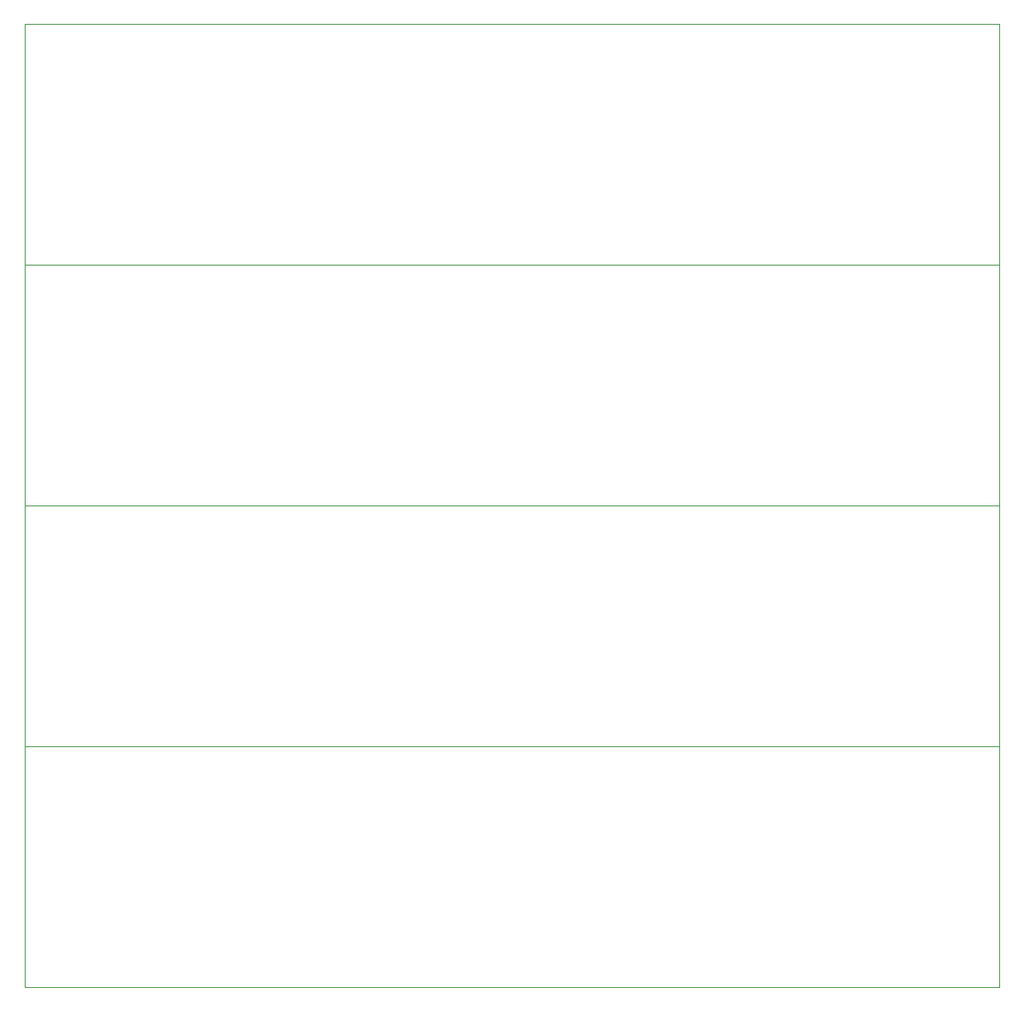
<source format=gbr>
G04 #@! TF.GenerationSoftware,KiCad,Pcbnew,(5.1.5)-3*
G04 #@! TF.CreationDate,2020-11-20T20:52:36+01:00*
G04 #@! TF.ProjectId,IsolationBarrier,49736f6c-6174-4696-9f6e-426172726965,rev?*
G04 #@! TF.SameCoordinates,Original*
G04 #@! TF.FileFunction,Profile,NP*
%FSLAX46Y46*%
G04 Gerber Fmt 4.6, Leading zero omitted, Abs format (unit mm)*
G04 Created by KiCad (PCBNEW (5.1.5)-3) date 2020-11-20 20:52:36*
%MOMM*%
%LPD*%
G04 APERTURE LIST*
%ADD10C,0.050000*%
G04 APERTURE END LIST*
D10*
X35321000Y-160383800D02*
X33321000Y-160383800D01*
X128321000Y-160383800D02*
X128321000Y-185100000D01*
X33321000Y-185100000D02*
X35321000Y-185100000D01*
X33321000Y-160383800D02*
X28321000Y-160383800D01*
X128321000Y-185100000D02*
X35321000Y-185100000D01*
X28321000Y-185100000D02*
X28321000Y-160383800D01*
X35321000Y-160383800D02*
X128321000Y-160383800D01*
X28321000Y-160400000D02*
X33321000Y-160400000D01*
X35321000Y-135683800D02*
X128321000Y-135683800D01*
X35321000Y-135683800D02*
X33321000Y-135683800D01*
X33321000Y-160400000D02*
X35321000Y-160400000D01*
X28321000Y-185100000D02*
X33321000Y-185100000D01*
X33321000Y-135683800D02*
X28321000Y-135683800D01*
X128321000Y-135683800D02*
X128321000Y-160400000D01*
X128321000Y-160400000D02*
X35321000Y-160400000D01*
X28321000Y-160400000D02*
X28321000Y-135683800D01*
X28321000Y-135700000D02*
X33321000Y-135700000D01*
X35321000Y-110983800D02*
X128321000Y-110983800D01*
X35321000Y-110983800D02*
X33321000Y-110983800D01*
X33321000Y-135700000D02*
X35321000Y-135700000D01*
X33321000Y-110983800D02*
X28321000Y-110983800D01*
X128321000Y-110983800D02*
X128321000Y-135700000D01*
X128321000Y-135700000D02*
X35321000Y-135700000D01*
X28321000Y-135700000D02*
X28321000Y-110983800D01*
X33321000Y-111000000D02*
X35321000Y-111000000D01*
X35321000Y-86283800D02*
X33321000Y-86283800D01*
X28321000Y-111000000D02*
X33321000Y-111000000D01*
X33321000Y-86283800D02*
X28321000Y-86283800D01*
X28321000Y-111000000D02*
X28321000Y-86283800D01*
X128321000Y-111000000D02*
X35321000Y-111000000D01*
X128321000Y-86283800D02*
X128321000Y-111000000D01*
X35321000Y-86283800D02*
X128321000Y-86283800D01*
M02*

</source>
